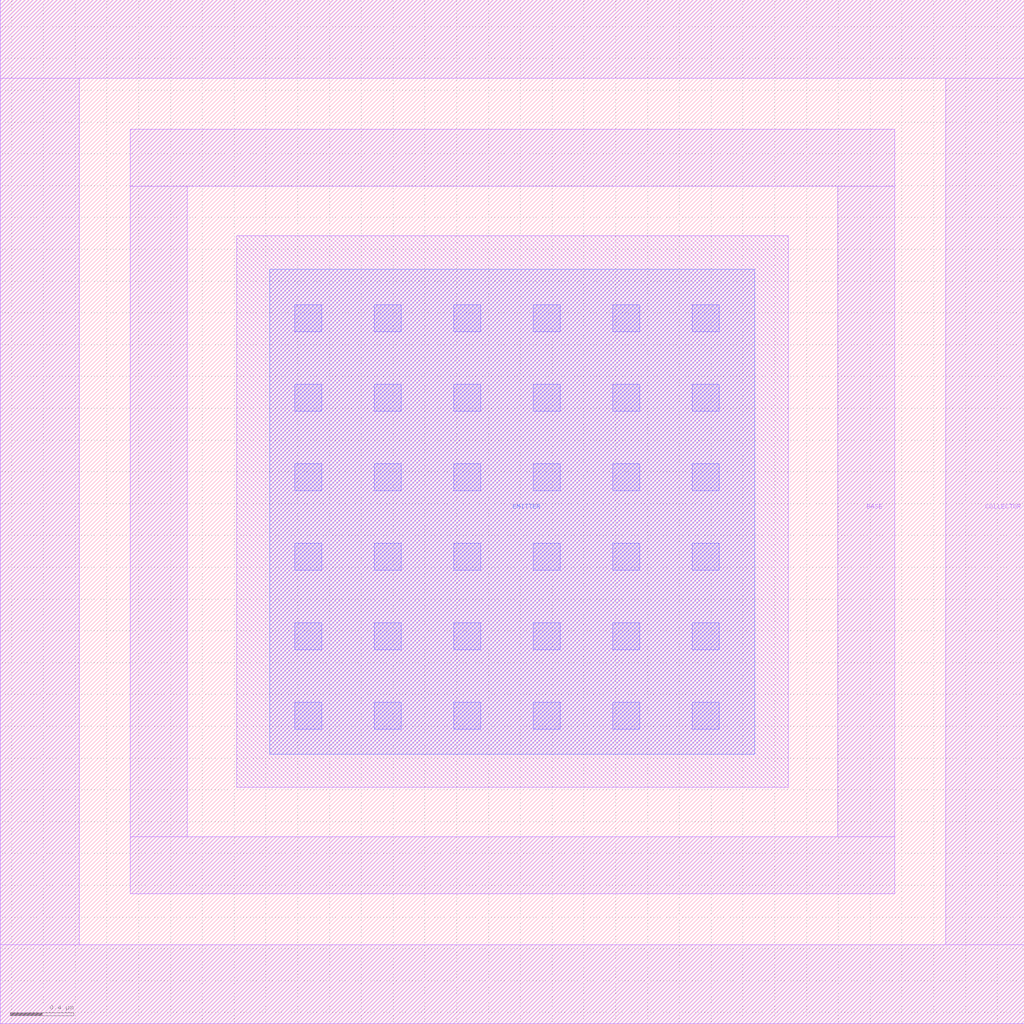
<source format=lef>
# Copyright 2020 The SkyWater PDK Authors
#
# Licensed under the Apache License, Version 2.0 (the "License");
# you may not use this file except in compliance with the License.
# You may obtain a copy of the License at
#
#     https://www.apache.org/licenses/LICENSE-2.0
#
# Unless required by applicable law or agreed to in writing, software
# distributed under the License is distributed on an "AS IS" BASIS,
# WITHOUT WARRANTIES OR CONDITIONS OF ANY KIND, either express or implied.
# See the License for the specific language governing permissions and
# limitations under the License.
#
# SPDX-License-Identifier: Apache-2.0

VERSION 5.7 ;
  NOWIREEXTENSIONATPIN ON ;
  DIVIDERCHAR "/" ;
  BUSBITCHARS "[]" ;
MACRO sky130_fd_pr__pnp_05v5_W3p40L3p40
  CLASS BLOCK ;
  FOREIGN sky130_fd_pr__pnp_05v5_W3p40L3p40 ;
  ORIGIN -0.130000 -0.130000 ;
  SIZE  6.440000 BY  6.440000 ;
  PIN BASE
    ANTENNADIFFAREA  6.408000 ;
    ANTENNAGATEAREA  26.728899 ;
    PORT
      LAYER li1 ;
        RECT 0.945000 0.945000 5.755000 1.305000 ;
        RECT 0.945000 1.305000 1.305000 5.395000 ;
        RECT 0.945000 5.395000 5.755000 5.755000 ;
        RECT 5.395000 1.305000 5.755000 5.395000 ;
    END
  END BASE
  PIN COLLECTOR
    ANTENNADIFFAREA  11.98870 ;
    PORT
      LAYER li1 ;
        RECT 0.130000 0.130000 6.570000 0.625000 ;
        RECT 0.130000 0.625000 0.625000 6.075000 ;
        RECT 0.130000 6.075000 6.570000 6.570000 ;
        RECT 6.075000 0.625000 6.570000 6.075000 ;
    END
  END COLLECTOR
  PIN EMITTER
    ANTENNADIFFAREA  11.559999 ;
    PORT
      LAYER met1 ;
        RECT 1.825000 1.825000 4.875000 4.875000 ;
    END
  END EMITTER
  OBS
    LAYER li1 ;
      RECT 1.615000 1.615000 5.085000 5.085000 ;
    LAYER mcon ;
      RECT 1.980000 1.980000 2.150000 2.150000 ;
      RECT 1.980000 2.480000 2.150000 2.650000 ;
      RECT 1.980000 2.980000 2.150000 3.150000 ;
      RECT 1.980000 3.480000 2.150000 3.650000 ;
      RECT 1.980000 3.980000 2.150000 4.150000 ;
      RECT 1.980000 4.480000 2.150000 4.650000 ;
      RECT 2.480000 1.980000 2.650000 2.150000 ;
      RECT 2.480000 2.480000 2.650000 2.650000 ;
      RECT 2.480000 2.980000 2.650000 3.150000 ;
      RECT 2.480000 3.480000 2.650000 3.650000 ;
      RECT 2.480000 3.980000 2.650000 4.150000 ;
      RECT 2.480000 4.480000 2.650000 4.650000 ;
      RECT 2.980000 1.980000 3.150000 2.150000 ;
      RECT 2.980000 2.480000 3.150000 2.650000 ;
      RECT 2.980000 2.980000 3.150000 3.150000 ;
      RECT 2.980000 3.480000 3.150000 3.650000 ;
      RECT 2.980000 3.980000 3.150000 4.150000 ;
      RECT 2.980000 4.480000 3.150000 4.650000 ;
      RECT 3.480000 1.980000 3.650000 2.150000 ;
      RECT 3.480000 2.480000 3.650000 2.650000 ;
      RECT 3.480000 2.980000 3.650000 3.150000 ;
      RECT 3.480000 3.480000 3.650000 3.650000 ;
      RECT 3.480000 3.980000 3.650000 4.150000 ;
      RECT 3.480000 4.480000 3.650000 4.650000 ;
      RECT 3.980000 1.980000 4.150000 2.150000 ;
      RECT 3.980000 2.480000 4.150000 2.650000 ;
      RECT 3.980000 2.980000 4.150000 3.150000 ;
      RECT 3.980000 3.480000 4.150000 3.650000 ;
      RECT 3.980000 3.980000 4.150000 4.150000 ;
      RECT 3.980000 4.480000 4.150000 4.650000 ;
      RECT 4.480000 1.980000 4.650000 2.150000 ;
      RECT 4.480000 2.480000 4.650000 2.650000 ;
      RECT 4.480000 2.980000 4.650000 3.150000 ;
      RECT 4.480000 3.480000 4.650000 3.650000 ;
      RECT 4.480000 3.980000 4.650000 4.150000 ;
      RECT 4.480000 4.480000 4.650000 4.650000 ;
  END
END sky130_fd_pr__pnp_05v5_W3p40L3p40
END LIBRARY

</source>
